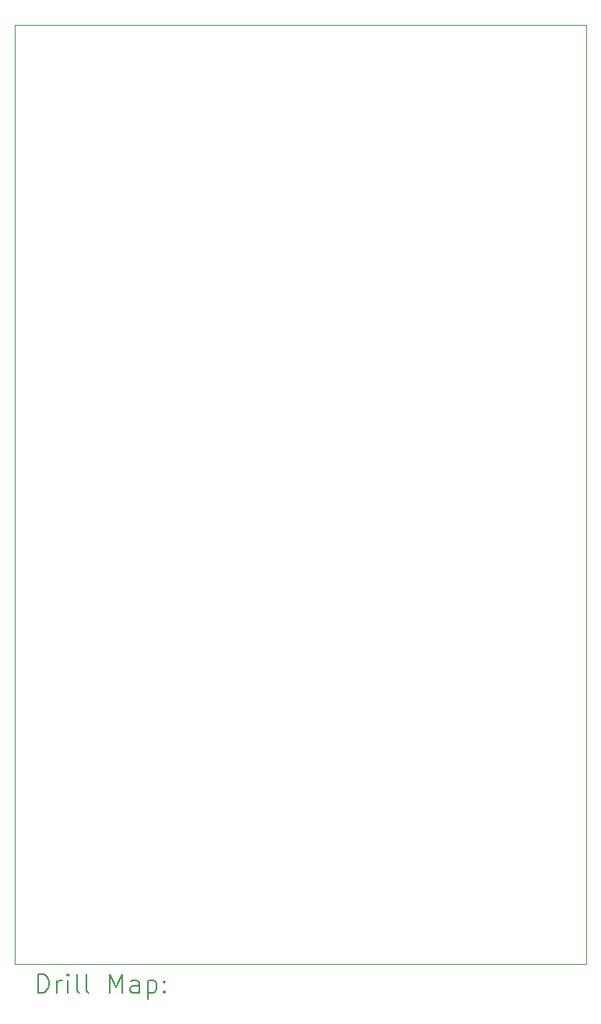
<source format=gbr>
%TF.GenerationSoftware,KiCad,Pcbnew,9.0.4*%
%TF.CreationDate,2025-09-21T01:50:17+05:30*%
%TF.ProjectId,panel,70616e65-6c2e-46b6-9963-61645f706362,rev?*%
%TF.SameCoordinates,Original*%
%TF.FileFunction,Drillmap*%
%TF.FilePolarity,Positive*%
%FSLAX45Y45*%
G04 Gerber Fmt 4.5, Leading zero omitted, Abs format (unit mm)*
G04 Created by KiCad (PCBNEW 9.0.4) date 2025-09-21 01:50:17*
%MOMM*%
%LPD*%
G01*
G04 APERTURE LIST*
%ADD10C,0.050000*%
%ADD11C,0.200000*%
G04 APERTURE END LIST*
D10*
X11700000Y-3030000D02*
X17920000Y-3030000D01*
X17920000Y-13230000D01*
X11700000Y-13230000D01*
X11700000Y-3030000D01*
D11*
X11958277Y-13543984D02*
X11958277Y-13343984D01*
X11958277Y-13343984D02*
X12005896Y-13343984D01*
X12005896Y-13343984D02*
X12034467Y-13353508D01*
X12034467Y-13353508D02*
X12053515Y-13372555D01*
X12053515Y-13372555D02*
X12063039Y-13391603D01*
X12063039Y-13391603D02*
X12072562Y-13429698D01*
X12072562Y-13429698D02*
X12072562Y-13458269D01*
X12072562Y-13458269D02*
X12063039Y-13496365D01*
X12063039Y-13496365D02*
X12053515Y-13515412D01*
X12053515Y-13515412D02*
X12034467Y-13534460D01*
X12034467Y-13534460D02*
X12005896Y-13543984D01*
X12005896Y-13543984D02*
X11958277Y-13543984D01*
X12158277Y-13543984D02*
X12158277Y-13410650D01*
X12158277Y-13448746D02*
X12167801Y-13429698D01*
X12167801Y-13429698D02*
X12177324Y-13420174D01*
X12177324Y-13420174D02*
X12196372Y-13410650D01*
X12196372Y-13410650D02*
X12215420Y-13410650D01*
X12282086Y-13543984D02*
X12282086Y-13410650D01*
X12282086Y-13343984D02*
X12272562Y-13353508D01*
X12272562Y-13353508D02*
X12282086Y-13363031D01*
X12282086Y-13363031D02*
X12291610Y-13353508D01*
X12291610Y-13353508D02*
X12282086Y-13343984D01*
X12282086Y-13343984D02*
X12282086Y-13363031D01*
X12405896Y-13543984D02*
X12386848Y-13534460D01*
X12386848Y-13534460D02*
X12377324Y-13515412D01*
X12377324Y-13515412D02*
X12377324Y-13343984D01*
X12510658Y-13543984D02*
X12491610Y-13534460D01*
X12491610Y-13534460D02*
X12482086Y-13515412D01*
X12482086Y-13515412D02*
X12482086Y-13343984D01*
X12739229Y-13543984D02*
X12739229Y-13343984D01*
X12739229Y-13343984D02*
X12805896Y-13486841D01*
X12805896Y-13486841D02*
X12872562Y-13343984D01*
X12872562Y-13343984D02*
X12872562Y-13543984D01*
X13053515Y-13543984D02*
X13053515Y-13439222D01*
X13053515Y-13439222D02*
X13043991Y-13420174D01*
X13043991Y-13420174D02*
X13024943Y-13410650D01*
X13024943Y-13410650D02*
X12986848Y-13410650D01*
X12986848Y-13410650D02*
X12967801Y-13420174D01*
X13053515Y-13534460D02*
X13034467Y-13543984D01*
X13034467Y-13543984D02*
X12986848Y-13543984D01*
X12986848Y-13543984D02*
X12967801Y-13534460D01*
X12967801Y-13534460D02*
X12958277Y-13515412D01*
X12958277Y-13515412D02*
X12958277Y-13496365D01*
X12958277Y-13496365D02*
X12967801Y-13477317D01*
X12967801Y-13477317D02*
X12986848Y-13467793D01*
X12986848Y-13467793D02*
X13034467Y-13467793D01*
X13034467Y-13467793D02*
X13053515Y-13458269D01*
X13148753Y-13410650D02*
X13148753Y-13610650D01*
X13148753Y-13420174D02*
X13167801Y-13410650D01*
X13167801Y-13410650D02*
X13205896Y-13410650D01*
X13205896Y-13410650D02*
X13224943Y-13420174D01*
X13224943Y-13420174D02*
X13234467Y-13429698D01*
X13234467Y-13429698D02*
X13243991Y-13448746D01*
X13243991Y-13448746D02*
X13243991Y-13505888D01*
X13243991Y-13505888D02*
X13234467Y-13524936D01*
X13234467Y-13524936D02*
X13224943Y-13534460D01*
X13224943Y-13534460D02*
X13205896Y-13543984D01*
X13205896Y-13543984D02*
X13167801Y-13543984D01*
X13167801Y-13543984D02*
X13148753Y-13534460D01*
X13329705Y-13524936D02*
X13339229Y-13534460D01*
X13339229Y-13534460D02*
X13329705Y-13543984D01*
X13329705Y-13543984D02*
X13320182Y-13534460D01*
X13320182Y-13534460D02*
X13329705Y-13524936D01*
X13329705Y-13524936D02*
X13329705Y-13543984D01*
X13329705Y-13420174D02*
X13339229Y-13429698D01*
X13339229Y-13429698D02*
X13329705Y-13439222D01*
X13329705Y-13439222D02*
X13320182Y-13429698D01*
X13320182Y-13429698D02*
X13329705Y-13420174D01*
X13329705Y-13420174D02*
X13329705Y-13439222D01*
M02*

</source>
